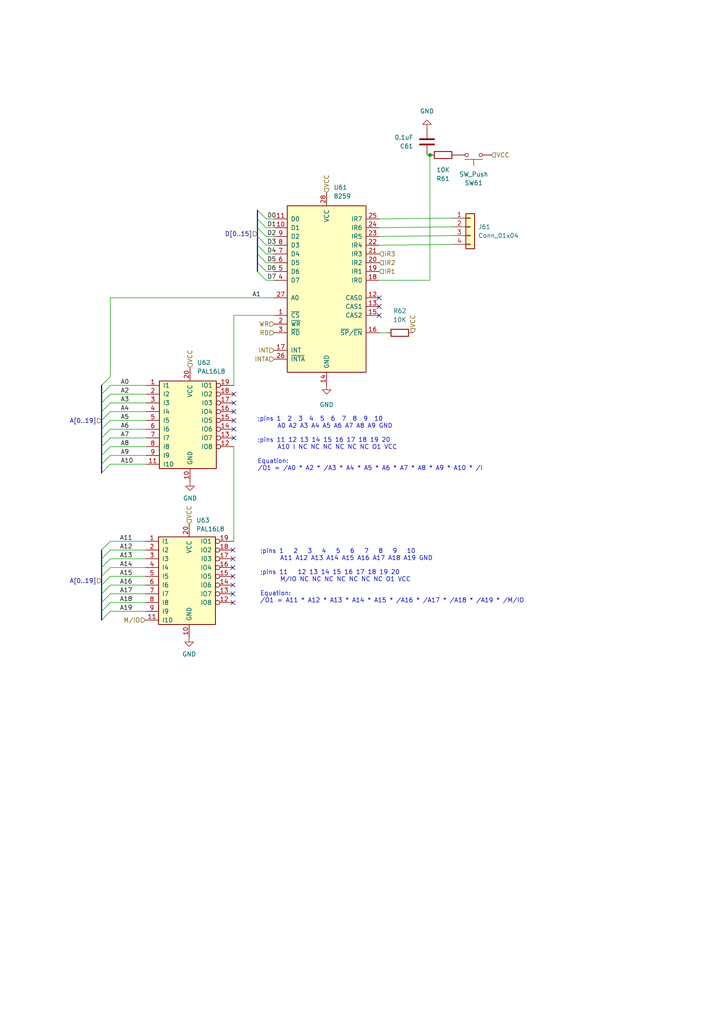
<source format=kicad_sch>
(kicad_sch (version 20211123) (generator eeschema)
  (paper "A4" portrait)
  (lib_symbols
    (symbol "Connector_Generic:Conn_01x04" (pin_names (offset 1.016) hide)
      (property "Reference" "J" (at 0 5.08 0))
      (property "Value" "Conn_01x04" (at 0 -7.62 0))
      (symbol "Conn_01x04_1_1"
        (rectangle (start -1.27 -4.953) (end 0 -5.207) (stroke (width 0.1524)))
        (rectangle (start -1.27 -2.413) (end 0 -2.667) (stroke (width 0.1524)))
        (rectangle (start -1.27 0.127) (end 0 -0.127) (stroke (width 0.1524)))
        (rectangle (start -1.27 2.667) (end 0 2.413) (stroke (width 0.1524)))
        (rectangle (start -1.27 3.81) (end 1.27 -6.35) (stroke (width 0.254)) (fill (type background)))
        (pin passive line (at -5.08 2.54 0) (length 3.81) (name "Pin_1") (number "1"))
        (pin passive line (at -5.08 0 0) (length 3.81) (name "Pin_2") (number "2"))
        (pin passive line (at -5.08 -2.54 0) (length 3.81) (name "Pin_3") (number "3"))
        (pin passive line (at -5.08 -5.08 0) (length 3.81) (name "Pin_4") (number "4"))
      )
    )
    (symbol "Device:C" (pin_numbers hide) (pin_names (offset 0.254))
      (property "Reference" "C" (at 0.635 2.54 0))
      (property "Value" "C" (at 0.635 -2.54 0))
      (symbol "C_0_1"
        (polyline (pts (xy -2.032 -0.762) (xy 2.032 -0.762)) (stroke (width 0.508)))
        (polyline (pts (xy -2.032 0.762) (xy 2.032 0.762)) (stroke (width 0.508)))
      )
      (symbol "C_1_1"
        (pin passive line (at 0 3.81 270) (length 2.794) (name "~") (number "1"))
        (pin passive line (at 0 -3.81 90) (length 2.794) (name "~") (number "2"))
      )
    )
    (symbol "Device:R" (pin_numbers hide) (pin_names (offset 0))
      (property "Reference" "R" (at 2.032 0 90))
      (property "Value" "R" (at 0 0 90))
      (symbol "R_0_1"
        (rectangle (start -1.016 -2.54) (end 1.016 2.54) (stroke (width 0.254)))
      )
      (symbol "R_1_1"
        (pin passive line (at 0 3.81 270) (length 1.27) (name "~") (number "1"))
        (pin passive line (at 0 -3.81 90) (length 1.27) (name "~") (number "2"))
      )
    )
    (symbol "Interface:8259" (pin_names (offset 1.016))
      (property "Reference" "U" (at -10.16 25.4 0))
      (property "Value" "8259" (at 8.89 25.4 0))
      (symbol "8259_0_1"
        (rectangle (start -11.43 24.13) (end 11.43 -24.13) (stroke (width 0.254)) (fill (type background)))
      )
      (symbol "8259_1_1"
        (pin input line (at -15.24 -7.62 0) (length 3.81) (name "~{CS}") (number "1"))
        (pin bidirectional line (at -15.24 17.78 0) (length 3.81) (name "D1") (number "10"))
        (pin bidirectional line (at -15.24 20.32 0) (length 3.81) (name "D0") (number "11"))
        (pin input line (at 15.24 -2.54 180) (length 3.81) (name "CAS0") (number "12"))
        (pin output line (at 15.24 -5.08 180) (length 3.81) (name "CAS1") (number "13"))
        (pin power_in line (at 0 -27.94 90) (length 3.81) (name "GND") (number "14"))
        (pin output line (at 15.24 -7.62 180) (length 3.81) (name "CAS2") (number "15"))
        (pin bidirectional line (at 15.24 -12.7 180) (length 3.81) (name "~{SP}/~{EN}") (number "16"))
        (pin output line (at -15.24 -17.78 0) (length 3.81) (name "INT") (number "17"))
        (pin input line (at 15.24 2.54 180) (length 3.81) (name "IR0") (number "18"))
        (pin input line (at 15.24 5.08 180) (length 3.81) (name "IR1") (number "19"))
        (pin input line (at -15.24 -10.16 0) (length 3.81) (name "~{WR}") (number "2"))
        (pin input line (at 15.24 7.62 180) (length 3.81) (name "IR2") (number "20"))
        (pin input line (at 15.24 10.16 180) (length 3.81) (name "IR3") (number "21"))
        (pin input line (at 15.24 12.7 180) (length 3.81) (name "IR4") (number "22"))
        (pin input line (at 15.24 15.24 180) (length 3.81) (name "IR5") (number "23"))
        (pin input line (at 15.24 17.78 180) (length 3.81) (name "IR6") (number "24"))
        (pin input line (at 15.24 20.32 180) (length 3.81) (name "IR7") (number "25"))
        (pin input line (at -15.24 -20.32 0) (length 3.81) (name "~{INTA}") (number "26"))
        (pin input line (at -15.24 -2.54 0) (length 3.81) (name "A0") (number "27"))
        (pin power_in line (at 0 27.94 270) (length 3.81) (name "VCC") (number "28"))
        (pin input line (at -15.24 -12.7 0) (length 3.81) (name "~{RD}") (number "3"))
        (pin bidirectional line (at -15.24 2.54 0) (length 3.81) (name "D7") (number "4"))
        (pin bidirectional line (at -15.24 5.08 0) (length 3.81) (name "D6") (number "5"))
        (pin bidirectional line (at -15.24 7.62 0) (length 3.81) (name "D5") (number "6"))
        (pin bidirectional line (at -15.24 10.16 0) (length 3.81) (name "D4") (number "7"))
        (pin bidirectional line (at -15.24 12.7 0) (length 3.81) (name "D3") (number "8"))
        (pin bidirectional line (at -15.24 15.24 0) (length 3.81) (name "D2") (number "9"))
      )
    )
    (symbol "Logic_Programmable:PAL16L8" (pin_names (offset 1.016))
      (property "Reference" "U" (at -8.89 16.51 0))
      (property "Value" "PAL16L8" (at 1.27 16.51 0))
      (symbol "PAL16L8_0_0"
        (pin power_in line (at 0 -15.24 90) (length 3.81) (name "GND") (number "10"))
        (pin power_in line (at 0 17.78 270) (length 3.81) (name "VCC") (number "20"))
      )
      (symbol "PAL16L8_0_1"
        (rectangle (start -8.89 13.97) (end 7.62 -11.43) (stroke (width 0.254)) (fill (type background)))
      )
      (symbol "PAL16L8_1_1"
        (pin input line (at -12.7 12.7 0) (length 3.81) (name "I1") (number "1"))
        (pin input line (at -12.7 -10.16 0) (length 3.81) (name "I10") (number "11"))
        (pin tri_state inverted (at 12.7 -5.08 180) (length 5.08) (name "IO8") (number "12"))
        (pin tri_state inverted (at 12.7 -2.54 180) (length 5.08) (name "IO7") (number "13"))
        (pin tri_state inverted (at 12.7 0 180) (length 5.08) (name "IO6") (number "14"))
        (pin tri_state inverted (at 12.7 2.54 180) (length 5.08) (name "IO5") (number "15"))
        (pin tri_state inverted (at 12.7 5.08 180) (length 5.08) (name "IO4") (number "16"))
        (pin tri_state inverted (at 12.7 7.62 180) (length 5.08) (name "I03") (number "17"))
        (pin tri_state inverted (at 12.7 10.16 180) (length 5.08) (name "IO2") (number "18"))
        (pin tri_state inverted (at 12.7 12.7 180) (length 5.08) (name "IO1") (number "19"))
        (pin input line (at -12.7 10.16 0) (length 3.81) (name "I2") (number "2"))
        (pin input line (at -12.7 7.62 0) (length 3.81) (name "I3") (number "3"))
        (pin input line (at -12.7 5.08 0) (length 3.81) (name "I4") (number "4"))
        (pin input line (at -12.7 2.54 0) (length 3.81) (name "I5") (number "5"))
        (pin input line (at -12.7 0 0) (length 3.81) (name "I6") (number "6"))
        (pin input line (at -12.7 -2.54 0) (length 3.81) (name "I7") (number "7"))
        (pin input line (at -12.7 -5.08 0) (length 3.81) (name "I8") (number "8"))
        (pin input line (at -12.7 -7.62 0) (length 3.81) (name "I9") (number "9"))
      )
    )
    (symbol "Switch:SW_Push" (pin_numbers hide) (pin_names (offset 1.016) hide)
      (property "Reference" "SW" (at 1.27 2.54 0))
      (property "Value" "SW_Push" (at 0 -1.524 0))
      (symbol "SW_Push_0_1"
        (circle (center -2.032 0) (radius 0.508))
        (polyline (pts (xy 0 1.27) (xy 0 3.048)))
        (polyline (pts (xy 2.54 1.27) (xy -2.54 1.27)))
        (circle (center 2.032 0) (radius 0.508))
        (pin passive line (at -5.08 0 0) (length 2.54) (name "1") (number "1"))
        (pin passive line (at 5.08 0 180) (length 2.54) (name "2") (number "2"))
      )
    )
    (symbol "power:GND" (power) (pin_names (offset 0))
      (property "Value" "GND" (at 0 -3.81 0))
      (symbol "GND_0_1"
        (polyline (pts (xy 0 0) (xy 0 -1.27) (xy 1.27 -1.27) (xy 0 -2.54) (xy -1.27 -1.27) (xy 0 -1.27)))
      )
      (symbol "GND_1_1"
        (pin power_in line (at 0 0 270) (length 0) hide (name "GND") (number "1"))
      )
    )
  )
  (junction (at 124.714 44.958))
  (no_connect (at 67.818 124.46))
  (no_connect (at 67.818 127))
  (no_connect (at 67.564 164.592))
  (no_connect (at 67.564 162.052))
  (no_connect (at 67.564 159.512))
  (no_connect (at 67.564 167.132))
  (no_connect (at 67.564 169.672))
  (no_connect (at 67.564 172.212))
  (no_connect (at 67.564 174.752))
  (no_connect (at 109.982 91.44))
  (no_connect (at 67.818 116.84))
  (no_connect (at 67.818 121.92))
  (no_connect (at 67.818 119.38))
  (no_connect (at 67.818 114.3))
  (no_connect (at 109.982 88.9))
  (no_connect (at 109.982 86.36))
  (bus_entry (at 29.464 111.76) (size 2.54 -2.54))
  (bus_entry (at 29.464 116.84) (size 2.54 -2.54))
  (bus_entry (at 29.464 162.052) (size 2.54 -2.54))
  (bus_entry (at 29.464 164.592) (size 2.54 -2.54))
  (bus_entry (at 74.676 66.04) (size 2.54 2.54))
  (bus_entry (at 74.676 63.5) (size 2.54 2.54))
  (bus_entry (at 29.464 129.54) (size 2.54 -2.54))
  (bus_entry (at 29.464 132.08) (size 2.54 -2.54))
  (bus_entry (at 29.464 114.3) (size 2.54 -2.54))
  (bus_entry (at 29.464 179.832) (size 2.54 -2.54))
  (bus_entry (at 29.464 169.672) (size 2.54 -2.54))
  (bus_entry (at 29.464 119.38) (size 2.54 -2.54))
  (bus_entry (at 29.464 127) (size 2.54 -2.54))
  (bus_entry (at 29.464 137.16) (size 2.54 -2.54))
  (bus_entry (at 74.676 76.2) (size 2.54 2.54))
  (bus_entry (at 29.464 172.212) (size 2.54 -2.54))
  (bus_entry (at 74.676 60.96) (size 2.54 2.54))
  (bus_entry (at 29.464 159.512) (size 2.54 -2.54))
  (bus_entry (at 29.464 174.752) (size 2.54 -2.54))
  (bus_entry (at 29.464 134.62) (size 2.54 -2.54))
  (bus_entry (at 29.464 177.292) (size 2.54 -2.54))
  (bus_entry (at 29.464 121.92) (size 2.54 -2.54))
  (bus_entry (at 74.676 78.74) (size 2.54 2.54))
  (bus_entry (at 74.676 73.66) (size 2.54 2.54))
  (bus_entry (at 74.676 68.58) (size 2.54 2.54))
  (bus_entry (at 29.464 124.46) (size 2.54 -2.54))
  (bus_entry (at 29.464 167.132) (size 2.54 -2.54))
  (bus_entry (at 74.676 71.12) (size 2.54 2.54))
  (wire (pts (xy 77.216 73.66) (xy 79.502 73.66)))
  (bus (pts (xy 29.464 134.62) (xy 29.464 137.16)))
  (bus (pts (xy 29.464 172.212) (xy 29.464 174.752)))
  (bus (pts (xy 74.676 66.04) (xy 74.676 68.58)))
  (bus (pts (xy 29.464 124.46) (xy 29.464 127)))
  (bus (pts (xy 29.464 162.052) (xy 29.464 164.592)))
  (wire (pts (xy 32.004 121.92) (xy 42.418 121.92)))
  (wire (pts (xy 109.982 81.28) (xy 124.714 81.28)))
  (bus (pts (xy 29.464 164.592) (xy 29.464 167.132)))
  (wire (pts (xy 32.004 164.592) (xy 42.164 164.592)))
  (wire (pts (xy 77.216 63.5) (xy 79.502 63.5)))
  (wire (pts (xy 32.004 177.292) (xy 42.164 177.292)))
  (wire (pts (xy 32.004 109.22) (xy 32.004 86.36)))
  (wire (pts (xy 32.004 172.212) (xy 42.164 172.212)))
  (bus (pts (xy 74.676 71.12) (xy 74.676 73.66)))
  (wire (pts (xy 32.004 132.08) (xy 42.418 132.08)))
  (bus (pts (xy 29.464 114.3) (xy 29.464 116.84)))
  (wire (pts (xy 67.818 111.76) (xy 67.818 91.44)))
  (wire (pts (xy 32.004 127) (xy 42.418 127)))
  (bus (pts (xy 29.464 169.672) (xy 29.464 172.212)))
  (wire (pts (xy 124.714 44.9453) (xy 124.714 44.958)))
  (wire (pts (xy 109.982 68.58) (xy 131.318 68.326)))
  (bus (pts (xy 29.464 127) (xy 29.464 129.54)))
  (wire (pts (xy 77.216 81.28) (xy 79.502 81.28)))
  (wire (pts (xy 32.004 111.76) (xy 42.418 111.76)))
  (wire (pts (xy 32.004 86.36) (xy 79.502 86.36)))
  (wire (pts (xy 77.216 68.58) (xy 79.502 68.58)))
  (wire (pts (xy 32.004 156.972) (xy 42.164 156.972)))
  (bus (pts (xy 29.464 167.132) (xy 29.464 169.672)))
  (wire (pts (xy 32.004 129.54) (xy 42.418 129.54)))
  (bus (pts (xy 74.676 76.2) (xy 74.676 78.74)))
  (bus (pts (xy 74.676 60.96) (xy 74.676 63.5)))
  (wire (pts (xy 32.004 116.84) (xy 42.418 116.84)))
  (bus (pts (xy 29.464 129.54) (xy 29.464 132.08)))
  (wire (pts (xy 32.004 114.3) (xy 42.418 114.3)))
  (wire (pts (xy 109.982 63.5) (xy 131.318 63.246)))
  (wire (pts (xy 32.004 159.512) (xy 42.164 159.512)))
  (bus (pts (xy 29.464 111.76) (xy 29.464 114.3)))
  (wire (pts (xy 109.982 66.04) (xy 131.318 65.786)))
  (wire (pts (xy 77.216 76.2) (xy 79.502 76.2)))
  (bus (pts (xy 74.676 63.5) (xy 74.676 66.04)))
  (bus (pts (xy 29.464 174.752) (xy 29.464 177.292)))
  (bus (pts (xy 29.464 159.512) (xy 29.464 162.052)))
  (wire (pts (xy 77.216 78.74) (xy 79.502 78.74)))
  (wire (pts (xy 32.004 119.38) (xy 42.418 119.38)))
  (wire (pts (xy 32.004 167.132) (xy 42.164 167.132)))
  (wire (pts (xy 67.818 91.44) (xy 79.502 91.44)))
  (bus (pts (xy 29.464 132.08) (xy 29.464 134.62)))
  (wire (pts (xy 32.004 169.672) (xy 42.164 169.672)))
  (bus (pts (xy 29.464 111.6953) (xy 29.464 111.76)))
  (wire (pts (xy 109.982 96.52) (xy 112.148 96.52)))
  (bus (pts (xy 74.676 68.58) (xy 74.676 71.12)))
  (wire (pts (xy 32.004 174.752) (xy 42.164 174.752)))
  (wire (pts (xy 109.982 71.12) (xy 131.318 70.866)))
  (wire (pts (xy 32.004 124.46) (xy 42.418 124.46)))
  (wire (pts (xy 32.004 134.62) (xy 42.418 134.62)))
  (wire (pts (xy 32.004 162.052) (xy 42.164 162.052)))
  (wire (pts (xy 77.216 66.04) (xy 79.502 66.04)))
  (bus (pts (xy 29.464 116.84) (xy 29.464 119.38)))
  (wire (pts (xy 67.818 156.972) (xy 67.564 156.972)))
  (wire (pts (xy 77.216 71.12) (xy 79.502 71.12)))
  (bus (pts (xy 29.464 119.38) (xy 29.464 121.92)))
  (wire (pts (xy 124.714 81.28) (xy 124.714 44.958)))
  (bus (pts (xy 74.676 73.66) (xy 74.676 76.2)))
  (wire (pts (xy 67.818 129.54) (xy 67.818 156.972)))
  (wire (pts (xy 112.148 96.52) (xy 112.148 96.5193)))
  (bus (pts (xy 29.464 121.92) (xy 29.464 124.46)))
  (wire (pts (xy 124.714 44.9453) (xy 123.8506 44.9453)))
  (bus (pts (xy 29.464 177.292) (xy 29.464 179.832)))
  (text ";pins 1  2  3  4  5  6  7  8  9  10\n	 A0 A2 A3 A4 A5 A6 A7 A8 A9 GND\n\n;pins 11 12 13 14 15 16 17 18 19 20\n	 A10 I NC NC NC NC NC NC O1 VCC \n\nEquation:\n/O1 = /A0 * A2 * /A3 * A4 * A5 * A6 * A7 * A8 * A9 * A10 * /I" (at 74.676 136.652 0) (effects (font (size 1.27 1.27)) (justify left bottom)))
  (text ";pins 1   2   3   4   5   6   7   8   9   10\n	 A11 A12 A13 A14 A15 A16 A17 A18 A19 GND\n\n;pins 11   12 13 14 15 16 17 18 19 20\n	 M/IO NC NC NC NC NC NC NC O1 VCC \n\nEquation:\n/O1 = A11 * A12 * A13 * A14 * A15 * /A16 * /A17 * /A18 * /A19 * /M/IO" (at 75.438 175.006 0) (effects (font (size 1.27 1.27)) (justify left bottom)))
  (label "D4" (at 77.47 73.66 0))
  (label "A3" (at 34.9774 116.84 0))
  (label "A5" (at 34.9774 121.92 0))
  (label "A14" (at 34.7293 164.592 0))
  (label "D5" (at 77.47 76.2 0))
  (label "A0" (at 34.9774 111.76 0))
  (label "A15" (at 34.7293 167.132 0))
  (label "A2" (at 34.9774 114.3 0))
  (label "A16" (at 34.7293 169.672 0))
  (label "A10" (at 34.9774 134.62 0))
  (label "A9" (at 34.9774 132.08 0))
  (label "D2" (at 77.47 68.58 0))
  (label "D3" (at 77.47 71.12 0))
  (label "A7" (at 34.9774 127 0))
  (label "D1" (at 77.47 66.04 0))
  (label "D7" (at 77.47 81.28 0))
  (label "A19" (at 34.7293 177.292 0))
  (label "A13" (at 34.7293 162.052 0))
  (label "A12" (at 34.7293 159.512 0))
  (label "A1" (at 73.152 86.36 0))
  (label "A18" (at 34.7293 174.752 0))
  (label "D6" (at 77.47 78.74 0))
  (label "D0" (at 77.47 63.5 0))
  (label "A17" (at 34.7293 172.212 0))
  (label "A11" (at 34.7293 156.972 0))
  (label "A6" (at 34.9774 124.46 0))
  (label "A4" (at 34.9774 119.38 0))
  (label "A8" (at 34.9774 129.54 0))
  (hierarchical_label "VCC" (shape input) (at 94.742 55.88 90))
  (hierarchical_label "VCC" (shape input) (at 119.768 96.5193 90))
  (hierarchical_label "VCC" (shape input) (at 55.118 106.68 90))
  (hierarchical_label "IR1" (shape input) (at 109.982 78.74 0))
  (hierarchical_label "IR3" (shape input) (at 109.982 73.66 0))
  (hierarchical_label "VCC" (shape input) (at 54.864 151.892 90))
  (hierarchical_label "M{slash}IO" (shape input) (at 42.164 179.832 180))
  (hierarchical_label "VCC" (shape input) (at 142.494 44.958 0))
  (hierarchical_label "WR" (shape input) (at 79.502 93.98 180))
  (hierarchical_label "INT" (shape input) (at 79.502 101.6 180))
  (hierarchical_label "D[0..15]" (shape input) (at 74.676 67.7963 180))
  (hierarchical_label "IR2" (shape input) (at 109.982 76.2 0))
  (hierarchical_label "RD" (shape input) (at 79.502 96.52 180))
  (hierarchical_label "INTA" (shape input) (at 79.502 104.14 180))
  (hierarchical_label "A[0..19]" (shape input) (at 29.464 121.9907 180))
  (hierarchical_label "A[0..19]" (shape input) (at 29.464 168.4159 180))
  (symbol (lib_id "Interface:8259") (at 94.742 83.82 0) (unit 1)
    (property "Reference" "U61" (at 96.7614 54.356 0) (effects (justify left)))
    (property "Value" "8259" (at 96.7614 56.896 0) (effects (justify left)))
    (property "Footprint" "Package_DIP:DIP-28_W15.24mm" (effects hide))
    (property "Datasheet" "http://pdos.csail.mit.edu/6.828/2005/readings/hardware/8259A.pdf" (effects hide))
  )
  (symbol (lib_id "Device:R") (at 128.524 44.958 270) (unit 1)
    (property "Reference" "R61" (at 128.524 51.816 90))
    (property "Value" "10K" (at 128.524 49.276 90))
  )
  (symbol (lib_id "Switch:SW_Push") (at 137.414 44.958 180) (unit 1)
    (property "Reference" "SW61" (at 137.414 53.086 0))
    (property "Value" "SW_Push" (at 137.414 50.546 0))
    (property "Footprint" "Audio_Module:Reverb_BTDR-1H" (effects hide))
  )
  (symbol (lib_id "Device:R") (at 115.958 96.5193 90) (unit 1)
    (property "Reference" "R62" (at 115.958 90.17 90))
    (property "Value" "10K" (at 115.958 92.71 90))
  )
  (symbol (lib_id "power:GND") (at 54.864 184.912 0) (unit 1)
    (property "Reference" "#PWR0166" (effects hide))
    (property "Value" "GND" (at 54.864 189.7126 0))
  )
  (symbol (lib_id "power:GND") (at 94.742 111.76 0) (unit 1)
    (property "Reference" "#PWR0165" (effects hide))
    (property "Value" "GND" (at 94.742 117.348 0))
  )
  (symbol (lib_id "power:GND") (at 123.8506 37.3253 180) (unit 1)
    (property "Reference" "#PWR0164" (effects hide))
    (property "Value" "GND" (at 123.8506 32.2453 0))
  )
  (symbol (lib_id "Connector_Generic:Conn_01x04") (at 136.398 65.786 0) (unit 1)
    (property "Reference" "J61" (at 138.684 65.7859 0) (effects (justify left)))
    (property "Value" "Conn_01x04" (at 138.684 68.3259 0) (effects (justify left)))
  )
  (symbol (lib_id "Logic_Programmable:PAL16L8") (at 54.864 169.672 0) (unit 1)
    (property "Reference" "U63" (at 56.8834 150.876 0) (effects (justify left)))
    (property "Value" "PAL16L8" (at 56.8834 153.416 0) (effects (justify left)))
  )
  (symbol (lib_id "power:GND") (at 55.118 139.7 0) (unit 1)
    (property "Reference" "#PWR0167" (effects hide))
    (property "Value" "GND" (at 55.118 144.5006 0))
  )
  (symbol (lib_id "Logic_Programmable:PAL16L8") (at 55.118 124.46 0) (unit 1)
    (property "Reference" "U62" (at 57.1374 105.156 0) (effects (justify left)))
    (property "Value" "PAL16L8" (at 57.1374 107.696 0) (effects (justify left)))
  )
  (symbol (lib_id "Device:C") (at 123.8506 41.1353 180) (unit 1)
    (property "Reference" "C61" (at 119.888 42.4054 0) (effects (justify left)))
    (property "Value" "0.1uF" (at 119.888 39.8654 0) (effects (justify left)))
  )
)
</source>
